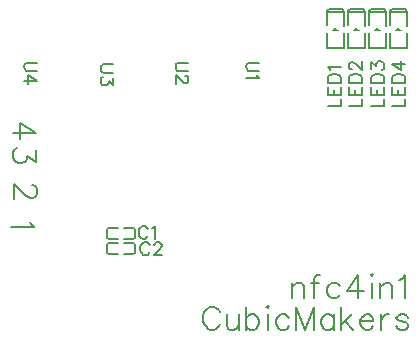
<source format=gto>
G04 Layer: TopSilkscreenLayer*
G04 EasyEDA v6.5.46, 2024-08-14 00:49:08*
G04 dde63f3f8315456bab8066d9accbbf49,2068458b4593477ca407b24a564fb9b8,10*
G04 Gerber Generator version 0.2*
G04 Scale: 100 percent, Rotated: No, Reflected: No *
G04 Dimensions in millimeters *
G04 leading zeros omitted , absolute positions ,4 integer and 5 decimal *
%FSLAX45Y45*%
%MOMM*%

%ADD10C,0.2032*%
%ADD11C,0.1524*%
%ADD12C,0.1500*%

%LPD*%
D10*
X1082547Y1308100D02*
G01*
X1091692Y1289557D01*
X1119378Y1261871D01*
X925576Y1261871D01*
X1098550Y1616455D02*
G01*
X1107947Y1616455D01*
X1126489Y1607057D01*
X1135634Y1597913D01*
X1144778Y1579371D01*
X1144778Y1542542D01*
X1135634Y1524000D01*
X1126489Y1514855D01*
X1107947Y1505457D01*
X1089405Y1505457D01*
X1070863Y1514855D01*
X1043178Y1533144D01*
X950976Y1625600D01*
X950976Y1496313D01*
X1132078Y1911857D02*
G01*
X1132078Y1810257D01*
X1058163Y1865629D01*
X1058163Y1837944D01*
X1049020Y1819655D01*
X1039876Y1810257D01*
X1012189Y1801113D01*
X993647Y1801113D01*
X965962Y1810257D01*
X947420Y1828800D01*
X938276Y1856486D01*
X938276Y1884171D01*
X947420Y1911857D01*
X956563Y1921255D01*
X975105Y1930400D01*
X1132078Y2053844D02*
G01*
X1002792Y2146300D01*
X1002792Y2007870D01*
X1132078Y2053844D02*
G01*
X938276Y2053844D01*
X2691129Y539750D02*
G01*
X2681986Y558292D01*
X2663443Y576834D01*
X2645156Y585978D01*
X2608072Y585978D01*
X2589529Y576834D01*
X2571241Y558292D01*
X2561843Y539750D01*
X2552700Y512063D01*
X2552700Y466089D01*
X2561843Y438150D01*
X2571241Y419862D01*
X2589529Y401320D01*
X2608072Y392176D01*
X2645156Y392176D01*
X2663443Y401320D01*
X2681986Y419862D01*
X2691129Y438150D01*
X2752090Y521462D02*
G01*
X2752090Y429005D01*
X2761488Y401320D01*
X2780029Y392176D01*
X2807715Y392176D01*
X2826004Y401320D01*
X2853690Y429005D01*
X2853690Y521462D02*
G01*
X2853690Y392176D01*
X2914650Y585978D02*
G01*
X2914650Y392176D01*
X2914650Y493776D02*
G01*
X2933191Y512063D01*
X2951734Y521462D01*
X2979420Y521462D01*
X2997961Y512063D01*
X3016250Y493776D01*
X3025647Y466089D01*
X3025647Y447547D01*
X3016250Y419862D01*
X2997961Y401320D01*
X2979420Y392176D01*
X2951734Y392176D01*
X2933191Y401320D01*
X2914650Y419862D01*
X3086608Y585978D02*
G01*
X3095752Y576834D01*
X3105150Y585978D01*
X3095752Y595376D01*
X3086608Y585978D01*
X3095752Y521462D02*
G01*
X3095752Y392176D01*
X3276854Y493776D02*
G01*
X3258311Y512063D01*
X3239770Y521462D01*
X3212084Y521462D01*
X3193795Y512063D01*
X3175254Y493776D01*
X3166109Y466089D01*
X3166109Y447547D01*
X3175254Y419862D01*
X3193795Y401320D01*
X3212084Y392176D01*
X3239770Y392176D01*
X3258311Y401320D01*
X3276854Y419862D01*
X3337813Y585978D02*
G01*
X3337813Y392176D01*
X3337813Y585978D02*
G01*
X3411727Y392176D01*
X3485641Y585978D02*
G01*
X3411727Y392176D01*
X3485641Y585978D02*
G01*
X3485641Y392176D01*
X3657345Y521462D02*
G01*
X3657345Y392176D01*
X3657345Y493776D02*
G01*
X3638804Y512063D01*
X3620515Y521462D01*
X3592829Y521462D01*
X3574288Y512063D01*
X3555745Y493776D01*
X3546602Y466089D01*
X3546602Y447547D01*
X3555745Y419862D01*
X3574288Y401320D01*
X3592829Y392176D01*
X3620515Y392176D01*
X3638804Y401320D01*
X3657345Y419862D01*
X3718306Y585978D02*
G01*
X3718306Y392176D01*
X3810761Y521462D02*
G01*
X3718306Y429005D01*
X3755390Y466089D02*
G01*
X3819906Y392176D01*
X3880865Y466089D02*
G01*
X3991609Y466089D01*
X3991609Y484378D01*
X3982465Y502920D01*
X3973322Y512063D01*
X3954779Y521462D01*
X3927093Y521462D01*
X3908552Y512063D01*
X3890009Y493776D01*
X3880865Y466089D01*
X3880865Y447547D01*
X3890009Y419862D01*
X3908552Y401320D01*
X3927093Y392176D01*
X3954779Y392176D01*
X3973322Y401320D01*
X3991609Y419862D01*
X4052570Y521462D02*
G01*
X4052570Y392176D01*
X4052570Y466089D02*
G01*
X4061968Y493776D01*
X4080509Y512063D01*
X4098797Y521462D01*
X4126484Y521462D01*
X4289043Y493776D02*
G01*
X4279900Y512063D01*
X4252213Y521462D01*
X4224527Y521462D01*
X4196841Y512063D01*
X4187443Y493776D01*
X4196841Y475234D01*
X4215129Y466089D01*
X4261358Y456692D01*
X4279900Y447547D01*
X4289043Y429005D01*
X4289043Y419862D01*
X4279900Y401320D01*
X4252213Y392176D01*
X4224527Y392176D01*
X4196841Y401320D01*
X4187443Y419862D01*
X3302000Y788162D02*
G01*
X3302000Y658876D01*
X3302000Y751078D02*
G01*
X3329686Y778763D01*
X3348227Y788162D01*
X3375913Y788162D01*
X3394456Y778763D01*
X3403600Y751078D01*
X3403600Y658876D01*
X3538474Y852678D02*
G01*
X3519931Y852678D01*
X3501390Y843534D01*
X3492245Y815847D01*
X3492245Y658876D01*
X3464559Y788162D02*
G01*
X3529329Y788162D01*
X3710177Y760476D02*
G01*
X3691890Y778763D01*
X3673347Y788162D01*
X3645661Y788162D01*
X3627120Y778763D01*
X3608577Y760476D01*
X3599434Y732789D01*
X3599434Y714247D01*
X3608577Y686562D01*
X3627120Y668020D01*
X3645661Y658876D01*
X3673347Y658876D01*
X3691890Y668020D01*
X3710177Y686562D01*
X3863593Y852678D02*
G01*
X3771138Y723392D01*
X3909822Y723392D01*
X3863593Y852678D02*
G01*
X3863593Y658876D01*
X3970781Y852678D02*
G01*
X3979925Y843534D01*
X3989070Y852678D01*
X3979925Y862076D01*
X3970781Y852678D01*
X3979925Y788162D02*
G01*
X3979925Y658876D01*
X4050029Y788162D02*
G01*
X4050029Y658876D01*
X4050029Y751078D02*
G01*
X4077970Y778763D01*
X4096258Y788162D01*
X4123943Y788162D01*
X4142486Y778763D01*
X4151629Y751078D01*
X4151629Y658876D01*
X4212590Y815847D02*
G01*
X4231131Y824992D01*
X4258818Y852678D01*
X4258818Y658876D01*
D11*
X2084585Y1245107D02*
G01*
X2079251Y1255521D01*
X2068837Y1265936D01*
X2058677Y1271015D01*
X2037849Y1271015D01*
X2027435Y1265936D01*
X2017021Y1255521D01*
X2011687Y1245107D01*
X2006607Y1229360D01*
X2006607Y1203452D01*
X2011687Y1187957D01*
X2017021Y1177544D01*
X2027435Y1167129D01*
X2037849Y1162050D01*
X2058677Y1162050D01*
X2068837Y1167129D01*
X2079251Y1177544D01*
X2084585Y1187957D01*
X2118875Y1250187D02*
G01*
X2129289Y1255521D01*
X2144783Y1271015D01*
X2144783Y1162050D01*
X3605784Y2286010D02*
G01*
X3714750Y2286010D01*
X3714750Y2286010D02*
G01*
X3714750Y2348240D01*
X3605784Y2382530D02*
G01*
X3714750Y2382530D01*
X3605784Y2382530D02*
G01*
X3605784Y2450094D01*
X3657600Y2382530D02*
G01*
X3657600Y2424186D01*
X3714750Y2382530D02*
G01*
X3714750Y2450094D01*
X3605784Y2484384D02*
G01*
X3714750Y2484384D01*
X3605784Y2484384D02*
G01*
X3605784Y2520960D01*
X3610863Y2536454D01*
X3621277Y2546868D01*
X3631691Y2551948D01*
X3647440Y2557282D01*
X3673347Y2557282D01*
X3688841Y2551948D01*
X3699256Y2546868D01*
X3709670Y2536454D01*
X3714750Y2520960D01*
X3714750Y2484384D01*
X3626611Y2591572D02*
G01*
X3621277Y2601986D01*
X3605784Y2617480D01*
X3714750Y2617480D01*
X3783584Y2286010D02*
G01*
X3892550Y2286010D01*
X3892550Y2286010D02*
G01*
X3892550Y2348240D01*
X3783584Y2382530D02*
G01*
X3892550Y2382530D01*
X3783584Y2382530D02*
G01*
X3783584Y2450094D01*
X3835400Y2382530D02*
G01*
X3835400Y2424186D01*
X3892550Y2382530D02*
G01*
X3892550Y2450094D01*
X3783584Y2484384D02*
G01*
X3892550Y2484384D01*
X3783584Y2484384D02*
G01*
X3783584Y2520960D01*
X3788663Y2536454D01*
X3799077Y2546868D01*
X3809491Y2551948D01*
X3825240Y2557282D01*
X3851147Y2557282D01*
X3866641Y2551948D01*
X3877056Y2546868D01*
X3887470Y2536454D01*
X3892550Y2520960D01*
X3892550Y2484384D01*
X3809491Y2596652D02*
G01*
X3804411Y2596652D01*
X3793997Y2601986D01*
X3788663Y2607066D01*
X3783584Y2617480D01*
X3783584Y2638308D01*
X3788663Y2648722D01*
X3793997Y2653802D01*
X3804411Y2659136D01*
X3814825Y2659136D01*
X3825240Y2653802D01*
X3840734Y2643388D01*
X3892550Y2591572D01*
X3892550Y2664216D01*
X3974084Y2286010D02*
G01*
X4083050Y2286010D01*
X4083050Y2286010D02*
G01*
X4083050Y2348240D01*
X3974084Y2382530D02*
G01*
X4083050Y2382530D01*
X3974084Y2382530D02*
G01*
X3974084Y2450094D01*
X4025900Y2382530D02*
G01*
X4025900Y2424186D01*
X4083050Y2382530D02*
G01*
X4083050Y2450094D01*
X3974084Y2484384D02*
G01*
X4083050Y2484384D01*
X3974084Y2484384D02*
G01*
X3974084Y2520960D01*
X3979163Y2536454D01*
X3989577Y2546868D01*
X3999991Y2551948D01*
X4015740Y2557282D01*
X4041647Y2557282D01*
X4057141Y2551948D01*
X4067556Y2546868D01*
X4077970Y2536454D01*
X4083050Y2520960D01*
X4083050Y2484384D01*
X3974084Y2601986D02*
G01*
X3974084Y2659136D01*
X4015740Y2627894D01*
X4015740Y2643388D01*
X4020820Y2653802D01*
X4025900Y2659136D01*
X4041647Y2664216D01*
X4052061Y2664216D01*
X4067556Y2659136D01*
X4077970Y2648722D01*
X4083050Y2632974D01*
X4083050Y2617480D01*
X4077970Y2601986D01*
X4072890Y2596652D01*
X4062475Y2591572D01*
X4151884Y2286010D02*
G01*
X4260850Y2286010D01*
X4260850Y2286010D02*
G01*
X4260850Y2348240D01*
X4151884Y2382530D02*
G01*
X4260850Y2382530D01*
X4151884Y2382530D02*
G01*
X4151884Y2450094D01*
X4203700Y2382530D02*
G01*
X4203700Y2424186D01*
X4260850Y2382530D02*
G01*
X4260850Y2450094D01*
X4151884Y2484384D02*
G01*
X4260850Y2484384D01*
X4151884Y2484384D02*
G01*
X4151884Y2520960D01*
X4156963Y2536454D01*
X4167377Y2546868D01*
X4177791Y2551948D01*
X4193540Y2557282D01*
X4219447Y2557282D01*
X4234941Y2551948D01*
X4245356Y2546868D01*
X4255770Y2536454D01*
X4260850Y2520960D01*
X4260850Y2484384D01*
X4151884Y2643388D02*
G01*
X4224527Y2591572D01*
X4224527Y2669550D01*
X4151884Y2643388D02*
G01*
X4260850Y2643388D01*
X3023615Y2654300D02*
G01*
X2945638Y2654300D01*
X2930143Y2649220D01*
X2919729Y2638805D01*
X2914650Y2623057D01*
X2914650Y2612644D01*
X2919729Y2597150D01*
X2930143Y2586736D01*
X2945638Y2581655D01*
X3023615Y2581655D01*
X3002788Y2547365D02*
G01*
X3008122Y2536952D01*
X3023615Y2521204D01*
X2914650Y2521204D01*
X2426715Y2654300D02*
G01*
X2348738Y2654300D01*
X2333243Y2649220D01*
X2322829Y2638805D01*
X2317750Y2623057D01*
X2317750Y2612644D01*
X2322829Y2597150D01*
X2333243Y2586736D01*
X2348738Y2581655D01*
X2426715Y2581655D01*
X2400808Y2542031D02*
G01*
X2405888Y2542031D01*
X2416302Y2536952D01*
X2421636Y2531618D01*
X2426715Y2521204D01*
X2426715Y2500629D01*
X2421636Y2490215D01*
X2416302Y2484881D01*
X2405888Y2479802D01*
X2395474Y2479802D01*
X2385059Y2484881D01*
X2369565Y2495295D01*
X2317750Y2547365D01*
X2317750Y2474468D01*
X1791715Y2641600D02*
G01*
X1713737Y2641600D01*
X1698244Y2636520D01*
X1687829Y2626105D01*
X1682750Y2610357D01*
X1682750Y2599944D01*
X1687829Y2584450D01*
X1698244Y2574036D01*
X1713737Y2568955D01*
X1791715Y2568955D01*
X1791715Y2524252D02*
G01*
X1791715Y2467102D01*
X1750060Y2498089D01*
X1750060Y2482595D01*
X1744979Y2472181D01*
X1739900Y2467102D01*
X1724152Y2461768D01*
X1713737Y2461768D01*
X1698244Y2467102D01*
X1687829Y2477515D01*
X1682750Y2493010D01*
X1682750Y2508504D01*
X1687829Y2524252D01*
X1692910Y2529331D01*
X1703323Y2534665D01*
X1144015Y2654300D02*
G01*
X1066037Y2654300D01*
X1050544Y2649220D01*
X1040129Y2638805D01*
X1035050Y2623057D01*
X1035050Y2612644D01*
X1040129Y2597150D01*
X1050544Y2586736D01*
X1066037Y2581655D01*
X1144015Y2581655D01*
X1144015Y2495295D02*
G01*
X1071371Y2547365D01*
X1071371Y2469387D01*
X1144015Y2495295D02*
G01*
X1035050Y2495295D01*
X2097277Y1105407D02*
G01*
X2091943Y1115821D01*
X2081529Y1126236D01*
X2071370Y1131315D01*
X2050541Y1131315D01*
X2040127Y1126236D01*
X2029713Y1115821D01*
X2024379Y1105407D01*
X2019300Y1089660D01*
X2019300Y1063752D01*
X2024379Y1048257D01*
X2029713Y1037844D01*
X2040127Y1027429D01*
X2050541Y1022350D01*
X2071370Y1022350D01*
X2081529Y1027429D01*
X2091943Y1037844D01*
X2097277Y1048257D01*
X2136647Y1105407D02*
G01*
X2136647Y1110487D01*
X2141981Y1120902D01*
X2147061Y1126236D01*
X2157475Y1131315D01*
X2178304Y1131315D01*
X2188718Y1126236D01*
X2193797Y1120902D01*
X2199131Y1110487D01*
X2199131Y1100073D01*
X2193797Y1089660D01*
X2183384Y1074165D01*
X2131568Y1022350D01*
X2204211Y1022350D01*
G36*
X3670300Y2947670D02*
G01*
X3634282Y2922676D01*
X3706317Y2921711D01*
G37*
G36*
X3848100Y2947670D02*
G01*
X3812082Y2922676D01*
X3884117Y2921711D01*
G37*
G36*
X4025900Y2947670D02*
G01*
X3989882Y2922676D01*
X4061917Y2921711D01*
G37*
G36*
X4203700Y2947670D02*
G01*
X4167682Y2922676D01*
X4239717Y2921711D01*
G37*
X1752569Y1156639D02*
G01*
X1831578Y1156639D01*
X1831578Y1256360D02*
G01*
X1752569Y1256360D01*
X1737329Y1241120D02*
G01*
X1737329Y1171879D01*
X1955830Y1156639D02*
G01*
X1876821Y1156639D01*
X1876821Y1256360D02*
G01*
X1955830Y1256360D01*
X1971070Y1241120D02*
G01*
X1971070Y1171879D01*
D12*
X3597300Y2970700D02*
G01*
X3597300Y3085698D01*
X3742298Y3085698D01*
X3742298Y2965698D01*
X3743299Y2903700D02*
G01*
X3743299Y2779699D01*
X3598301Y2779699D01*
X3598301Y2903700D01*
X3597300Y3085698D02*
G01*
X3597300Y3088700D01*
X3617300Y3108700D01*
X3719299Y3108700D01*
X3722298Y3105698D01*
X3742298Y3085698D01*
X3775100Y2970700D02*
G01*
X3775100Y3085698D01*
X3920098Y3085698D01*
X3920098Y2965698D01*
X3921099Y2903700D02*
G01*
X3921099Y2779699D01*
X3776101Y2779699D01*
X3776101Y2903700D01*
X3775100Y3085698D02*
G01*
X3775100Y3088700D01*
X3795100Y3108700D01*
X3897099Y3108700D01*
X3900098Y3105698D01*
X3920098Y3085698D01*
X3952900Y2970700D02*
G01*
X3952900Y3085698D01*
X4097898Y3085698D01*
X4097898Y2965698D01*
X4098899Y2903700D02*
G01*
X4098899Y2779699D01*
X3953901Y2779699D01*
X3953901Y2903700D01*
X3952900Y3085698D02*
G01*
X3952900Y3088700D01*
X3972900Y3108700D01*
X4074899Y3108700D01*
X4077898Y3105698D01*
X4097898Y3085698D01*
X4130700Y2970700D02*
G01*
X4130700Y3085698D01*
X4275698Y3085698D01*
X4275698Y2965698D01*
X4276699Y2903700D02*
G01*
X4276699Y2779699D01*
X4131701Y2779699D01*
X4131701Y2903700D01*
X4130700Y3085698D02*
G01*
X4130700Y3088700D01*
X4150700Y3108700D01*
X4252699Y3108700D01*
X4255698Y3105698D01*
X4275698Y3085698D01*
D11*
X1752569Y1029639D02*
G01*
X1831578Y1029639D01*
X1831578Y1129360D02*
G01*
X1752569Y1129360D01*
X1737329Y1114120D02*
G01*
X1737329Y1044879D01*
X1955830Y1029639D02*
G01*
X1876821Y1029639D01*
X1876821Y1129360D02*
G01*
X1955830Y1129360D01*
X1971070Y1114120D02*
G01*
X1971070Y1044879D01*
G75*
G01*
X1752570Y1256360D02*
G03*
X1737330Y1241120I0J-15240D01*
G75*
G01*
X1737330Y1171880D02*
G03*
X1752570Y1156640I15240J0D01*
G75*
G01*
X1955830Y1256360D02*
G02*
X1971070Y1241120I0J-15240D01*
G75*
G01*
X1971070Y1171880D02*
G02*
X1955830Y1156640I-15240J0D01*
G75*
G01*
X1752570Y1129360D02*
G03*
X1737330Y1114120I0J-15240D01*
G75*
G01*
X1737330Y1044880D02*
G03*
X1752570Y1029640I15240J0D01*
G75*
G01*
X1955830Y1129360D02*
G02*
X1971070Y1114120I0J-15240D01*
G75*
G01*
X1971070Y1044880D02*
G02*
X1955830Y1029640I-15240J0D01*
M02*

</source>
